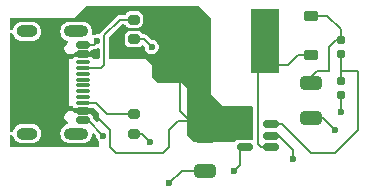
<source format=gbr>
%TF.GenerationSoftware,KiCad,Pcbnew,9.0.4*%
%TF.CreationDate,2025-10-07T00:36:13+05:30*%
%TF.ProjectId,Project5,50726f6a-6563-4743-952e-6b696361645f,rev?*%
%TF.SameCoordinates,Original*%
%TF.FileFunction,Copper,L1,Top*%
%TF.FilePolarity,Positive*%
%FSLAX46Y46*%
G04 Gerber Fmt 4.6, Leading zero omitted, Abs format (unit mm)*
G04 Created by KiCad (PCBNEW 9.0.4) date 2025-10-07 00:36:13*
%MOMM*%
%LPD*%
G01*
G04 APERTURE LIST*
G04 Aperture macros list*
%AMRoundRect*
0 Rectangle with rounded corners*
0 $1 Rounding radius*
0 $2 $3 $4 $5 $6 $7 $8 $9 X,Y pos of 4 corners*
0 Add a 4 corners polygon primitive as box body*
4,1,4,$2,$3,$4,$5,$6,$7,$8,$9,$2,$3,0*
0 Add four circle primitives for the rounded corners*
1,1,$1+$1,$2,$3*
1,1,$1+$1,$4,$5*
1,1,$1+$1,$6,$7*
1,1,$1+$1,$8,$9*
0 Add four rect primitives between the rounded corners*
20,1,$1+$1,$2,$3,$4,$5,0*
20,1,$1+$1,$4,$5,$6,$7,0*
20,1,$1+$1,$6,$7,$8,$9,0*
20,1,$1+$1,$8,$9,$2,$3,0*%
G04 Aperture macros list end*
%TA.AperFunction,HeatsinkPad*%
%ADD10O,1.800000X1.000000*%
%TD*%
%TA.AperFunction,HeatsinkPad*%
%ADD11O,2.100000X1.000000*%
%TD*%
%TA.AperFunction,SMDPad,CuDef*%
%ADD12RoundRect,0.150000X-0.425000X0.150000X-0.425000X-0.150000X0.425000X-0.150000X0.425000X0.150000X0*%
%TD*%
%TA.AperFunction,SMDPad,CuDef*%
%ADD13RoundRect,0.075000X-0.500000X0.075000X-0.500000X-0.075000X0.500000X-0.075000X0.500000X0.075000X0*%
%TD*%
%TA.AperFunction,SMDPad,CuDef*%
%ADD14R,2.413000X5.400000*%
%TD*%
%TA.AperFunction,SMDPad,CuDef*%
%ADD15RoundRect,0.150000X0.512500X0.150000X-0.512500X0.150000X-0.512500X-0.150000X0.512500X-0.150000X0*%
%TD*%
%TA.AperFunction,SMDPad,CuDef*%
%ADD16RoundRect,0.200000X-0.275000X0.200000X-0.275000X-0.200000X0.275000X-0.200000X0.275000X0.200000X0*%
%TD*%
%TA.AperFunction,SMDPad,CuDef*%
%ADD17RoundRect,0.160000X0.160000X-0.197500X0.160000X0.197500X-0.160000X0.197500X-0.160000X-0.197500X0*%
%TD*%
%TA.AperFunction,SMDPad,CuDef*%
%ADD18RoundRect,0.225000X-0.375000X0.225000X-0.375000X-0.225000X0.375000X-0.225000X0.375000X0.225000X0*%
%TD*%
%TA.AperFunction,SMDPad,CuDef*%
%ADD19RoundRect,0.250000X-0.650000X0.325000X-0.650000X-0.325000X0.650000X-0.325000X0.650000X0.325000X0*%
%TD*%
%TA.AperFunction,ViaPad*%
%ADD20C,0.600000*%
%TD*%
%TA.AperFunction,Conductor*%
%ADD21C,0.200000*%
%TD*%
G04 APERTURE END LIST*
D10*
%TO.P,P1,S1,SHIELD*%
%TO.N,/GND*%
X122425000Y-92320000D03*
D11*
X126605000Y-92320000D03*
D10*
X122425000Y-83680000D03*
D11*
X126605000Y-83680000D03*
D12*
%TO.P,P1,B12,GND*%
X127180000Y-84800000D03*
%TO.P,P1,B9,VBUS*%
%TO.N,/5V0*%
X127180000Y-85600000D03*
D13*
%TO.P,P1,B8*%
%TO.N,N/C*%
X127180000Y-86250000D03*
%TO.P,P1,B7*%
X127180000Y-87250000D03*
%TO.P,P1,B6*%
X127180000Y-88750000D03*
%TO.P,P1,B5,VCONN*%
%TO.N,/CC2*%
X127180000Y-89750000D03*
D12*
%TO.P,P1,B4,VBUS*%
%TO.N,/5V0*%
X127180000Y-90400000D03*
%TO.P,P1,B1,GND*%
%TO.N,/GND*%
X127180000Y-91200000D03*
%TO.P,P1,A12,GND*%
X127180000Y-91200000D03*
%TO.P,P1,A9,VBUS*%
%TO.N,/5V0*%
X127180000Y-90400000D03*
D13*
%TO.P,P1,A8*%
%TO.N,N/C*%
X127180000Y-89250000D03*
%TO.P,P1,A7,D-*%
%TO.N,unconnected-(P1-D--PadA7)*%
X127180000Y-88250000D03*
%TO.P,P1,A6,D+*%
%TO.N,unconnected-(P1-D+-PadA6)*%
X127180000Y-87750000D03*
%TO.P,P1,A5,CC*%
%TO.N,/CC1*%
X127180000Y-86750000D03*
D12*
%TO.P,P1,A4,VBUS*%
%TO.N,/5V0*%
X127180000Y-85600000D03*
%TO.P,P1,A1,GND*%
%TO.N,/GND*%
X127180000Y-84800000D03*
%TD*%
D14*
%TO.P,L1,2,2*%
%TO.N,/SW*%
X142619500Y-84500000D03*
%TO.P,L1,1,1*%
%TO.N,/5V0*%
X135380500Y-84500000D03*
%TD*%
D15*
%TO.P,U1,6,FREQ*%
%TO.N,/GND*%
X140862500Y-93450000D03*
%TO.P,U1,5,Vin*%
%TO.N,/5V0*%
X140862500Y-92500000D03*
%TO.P,U1,4,EN*%
X140862500Y-91550000D03*
%TO.P,U1,3,FB*%
%TO.N,/FB*%
X143137500Y-91550000D03*
%TO.P,U1,2,GND*%
%TO.N,/GND*%
X143137500Y-92500000D03*
%TO.P,U1,1,SW*%
%TO.N,/SW*%
X143137500Y-93450000D03*
%TD*%
D16*
%TO.P,R4,1*%
%TO.N,/CC1*%
X131500000Y-82675000D03*
%TO.P,R4,2*%
%TO.N,/GND*%
X131500000Y-84325000D03*
%TD*%
%TO.P,R3,1*%
%TO.N,/CC2*%
X131500000Y-90675000D03*
%TO.P,R3,2*%
%TO.N,/GND*%
X131500000Y-92325000D03*
%TD*%
D17*
%TO.P,R2,1*%
%TO.N,/GND*%
X149000000Y-89097500D03*
%TO.P,R2,2*%
%TO.N,/FB*%
X149000000Y-87902500D03*
%TD*%
%TO.P,R1,1*%
%TO.N,/FB*%
X149000000Y-85597500D03*
%TO.P,R1,2*%
%TO.N,/12V0*%
X149000000Y-84402500D03*
%TD*%
D18*
%TO.P,D1,1,K*%
%TO.N,/12V0*%
X146500000Y-82350000D03*
%TO.P,D1,2,A*%
%TO.N,/SW*%
X146500000Y-85650000D03*
%TD*%
D19*
%TO.P,C2,1*%
%TO.N,/12V0*%
X146500000Y-88025000D03*
%TO.P,C2,2*%
%TO.N,/GND*%
X146500000Y-90975000D03*
%TD*%
%TO.P,C1,1*%
%TO.N,/5V0*%
X137500000Y-92525000D03*
%TO.P,C1,2*%
%TO.N,/GND*%
X137500000Y-95475000D03*
%TD*%
D20*
%TO.N,/GND*%
X128900000Y-92500000D03*
X128400000Y-84500000D03*
X140000000Y-95500000D03*
X134500000Y-96500000D03*
X148500000Y-92000000D03*
X149000000Y-90500000D03*
X133000000Y-85000000D03*
X132850000Y-93000000D03*
X145000000Y-94500000D03*
%TD*%
D21*
%TO.N,/GND*%
X127600000Y-91200000D02*
X128900000Y-92500000D01*
X127180000Y-91200000D02*
X127600000Y-91200000D01*
X128100000Y-84800000D02*
X128400000Y-84500000D01*
X127180000Y-84800000D02*
X128100000Y-84800000D01*
%TO.N,/5V0*%
X140862500Y-92500000D02*
X140862500Y-91550000D01*
%TO.N,/GND*%
X135525000Y-95475000D02*
X134500000Y-96500000D01*
X137500000Y-95475000D02*
X135525000Y-95475000D01*
%TO.N,/5V0*%
X135237500Y-91262500D02*
X136237500Y-91262500D01*
X127180000Y-90400000D02*
X127900000Y-90400000D01*
X127900000Y-90400000D02*
X129500000Y-92000000D01*
X130000000Y-94000000D02*
X134000000Y-94000000D01*
X129500000Y-92000000D02*
X129500000Y-93500000D01*
X129500000Y-93500000D02*
X130000000Y-94000000D01*
X134000000Y-94000000D02*
X134500000Y-93500000D01*
X134500000Y-93500000D02*
X134500000Y-92000000D01*
X134500000Y-92000000D02*
X135237500Y-91262500D01*
X127180000Y-90400000D02*
X126721176Y-90400000D01*
X137500000Y-92525000D02*
X137525000Y-92550000D01*
%TO.N,/FB*%
X149000000Y-87000000D02*
X149000000Y-85597500D01*
%TO.N,/GND*%
X147475000Y-90975000D02*
X148500000Y-92000000D01*
X146500000Y-90975000D02*
X147475000Y-90975000D01*
X149000000Y-89097500D02*
X149000000Y-90500000D01*
%TO.N,/12V0*%
X146500000Y-87500000D02*
X147000000Y-87000000D01*
X146500000Y-88025000D02*
X146500000Y-87500000D01*
X147000000Y-87000000D02*
X148000000Y-87000000D01*
X148000000Y-87000000D02*
X148000000Y-85000000D01*
X148000000Y-85000000D02*
X148597500Y-84402500D01*
X148597500Y-84402500D02*
X149000000Y-84402500D01*
X146500000Y-82350000D02*
X147850000Y-82350000D01*
X147850000Y-82350000D02*
X149000000Y-83500000D01*
X149000000Y-83500000D02*
X149000000Y-84402500D01*
%TO.N,/FB*%
X149000000Y-87902500D02*
X149000000Y-87000000D01*
%TO.N,/5V0*%
X137500000Y-92525000D02*
X136237500Y-91262500D01*
X141362500Y-92550000D02*
X137525000Y-92550000D01*
%TO.N,/GND*%
X132850000Y-93000000D02*
X132175000Y-92325000D01*
X132175000Y-92325000D02*
X131500000Y-92325000D01*
X132325000Y-84325000D02*
X133000000Y-85000000D01*
X131500000Y-84325000D02*
X132325000Y-84325000D01*
%TO.N,/CC2*%
X127180000Y-89750000D02*
X128250000Y-89750000D01*
X128250000Y-89750000D02*
X129175000Y-90675000D01*
X129175000Y-90675000D02*
X131500000Y-90675000D01*
%TO.N,/CC1*%
X127180000Y-86750000D02*
X128750000Y-86750000D01*
X129000000Y-86500000D02*
X129000000Y-84000000D01*
X128750000Y-86750000D02*
X129000000Y-86500000D01*
X130325000Y-82675000D02*
X131500000Y-82675000D01*
X129000000Y-84000000D02*
X130325000Y-82675000D01*
%TO.N,/5V0*%
X135380500Y-90405500D02*
X135380500Y-86500000D01*
X136237500Y-91262500D02*
X135380500Y-90405500D01*
%TO.N,/SW*%
X142283032Y-93450000D02*
X143137500Y-93450000D01*
X142000000Y-93166968D02*
X142283032Y-93450000D01*
X144500000Y-86500000D02*
X142000000Y-86500000D01*
X145350000Y-85650000D02*
X144500000Y-86500000D01*
X142000000Y-86500000D02*
X142000000Y-93166968D01*
X146500000Y-85650000D02*
X145350000Y-85650000D01*
%TO.N,/GND*%
X143137500Y-92500000D02*
X143799999Y-92500000D01*
X143799999Y-92500000D02*
X145000000Y-93700001D01*
X145000000Y-93700001D02*
X145000000Y-94500000D01*
%TO.N,/FB*%
X146500000Y-94000000D02*
X144050000Y-91550000D01*
X148500000Y-94000000D02*
X146500000Y-94000000D01*
X144050000Y-91550000D02*
X143137500Y-91550000D01*
X150500000Y-92000000D02*
X148500000Y-94000000D01*
X150500000Y-87000000D02*
X150500000Y-92000000D01*
X149000000Y-87000000D02*
X150500000Y-87000000D01*
%TO.N,/GND*%
X140500000Y-93812500D02*
X140862500Y-93450000D01*
X140500000Y-95000000D02*
X140500000Y-93812500D01*
X140000000Y-95500000D02*
X140500000Y-95000000D01*
%TD*%
%TA.AperFunction,Conductor*%
%TO.N,/5V0*%
G36*
X137015677Y-81519685D02*
G01*
X137036319Y-81536319D01*
X137963681Y-82463681D01*
X137997166Y-82525004D01*
X138000000Y-82551362D01*
X138000000Y-89000000D01*
X139000000Y-90000000D01*
X141448638Y-90000000D01*
X141478078Y-90008644D01*
X141508065Y-90015168D01*
X141513080Y-90018922D01*
X141515677Y-90019685D01*
X141536319Y-90036319D01*
X141563181Y-90063181D01*
X141596666Y-90124504D01*
X141599500Y-90150862D01*
X141599500Y-92729291D01*
X141579815Y-92796330D01*
X141527011Y-92842085D01*
X141463925Y-92852750D01*
X141448148Y-92851270D01*
X141429266Y-92849500D01*
X140295734Y-92849500D01*
X140295730Y-92849500D01*
X140265300Y-92852353D01*
X140265298Y-92852353D01*
X140137119Y-92897206D01*
X140137118Y-92897207D01*
X140030667Y-92975771D01*
X139965038Y-92999741D01*
X139957034Y-93000000D01*
X136551362Y-93000000D01*
X136484323Y-92980315D01*
X136463681Y-92963681D01*
X136036319Y-92536319D01*
X136002834Y-92474996D01*
X136000000Y-92448638D01*
X136000000Y-88500000D01*
X135500000Y-88000000D01*
X133551362Y-88000000D01*
X133484323Y-87980315D01*
X133463681Y-87963681D01*
X133036319Y-87536319D01*
X133002834Y-87474996D01*
X133000000Y-87448638D01*
X133000000Y-86500000D01*
X132500000Y-86000000D01*
X129524500Y-86000000D01*
X129457461Y-85980315D01*
X129411706Y-85927511D01*
X129400500Y-85876000D01*
X129400500Y-84217255D01*
X129409144Y-84187814D01*
X129415668Y-84157828D01*
X129419422Y-84152812D01*
X129420185Y-84150216D01*
X129436819Y-84129574D01*
X129489266Y-84077127D01*
X130724500Y-84077127D01*
X130724500Y-84077134D01*
X130724500Y-84077135D01*
X130724500Y-84572870D01*
X130724501Y-84572876D01*
X130730908Y-84632483D01*
X130781202Y-84767328D01*
X130781206Y-84767335D01*
X130867452Y-84882544D01*
X130867455Y-84882547D01*
X130982664Y-84968793D01*
X130982671Y-84968797D01*
X131027618Y-84985561D01*
X131117517Y-85019091D01*
X131177127Y-85025500D01*
X131822872Y-85025499D01*
X131882483Y-85019091D01*
X132017331Y-84968796D01*
X132132546Y-84882546D01*
X132132547Y-84882544D01*
X132132549Y-84882543D01*
X132136669Y-84878424D01*
X132144614Y-84874085D01*
X132150040Y-84866838D01*
X132174799Y-84857603D01*
X132197992Y-84844939D01*
X132207021Y-84845584D01*
X132215504Y-84842421D01*
X132241324Y-84848037D01*
X132267684Y-84849923D01*
X132276737Y-84855741D01*
X132283777Y-84857273D01*
X132312031Y-84878424D01*
X132363181Y-84929574D01*
X132396666Y-84990897D01*
X132399500Y-85017255D01*
X132399500Y-85079057D01*
X132438472Y-85224500D01*
X132440423Y-85231783D01*
X132440426Y-85231790D01*
X132519475Y-85368709D01*
X132519479Y-85368714D01*
X132519480Y-85368716D01*
X132631284Y-85480520D01*
X132631286Y-85480521D01*
X132631290Y-85480524D01*
X132683211Y-85510500D01*
X132768216Y-85559577D01*
X132920943Y-85600500D01*
X132920945Y-85600500D01*
X133079055Y-85600500D01*
X133079057Y-85600500D01*
X133231784Y-85559577D01*
X133368716Y-85480520D01*
X133480520Y-85368716D01*
X133559577Y-85231784D01*
X133600500Y-85079057D01*
X133600500Y-84920943D01*
X133559577Y-84768216D01*
X133525678Y-84709500D01*
X133480524Y-84631290D01*
X133480518Y-84631282D01*
X133368717Y-84519481D01*
X133368709Y-84519475D01*
X133231790Y-84440426D01*
X133231786Y-84440424D01*
X133231784Y-84440423D01*
X133079057Y-84399500D01*
X133079056Y-84399500D01*
X133017255Y-84399500D01*
X132950216Y-84379815D01*
X132929574Y-84363181D01*
X132570915Y-84004522D01*
X132570913Y-84004520D01*
X132525250Y-83978156D01*
X132479589Y-83951793D01*
X132408741Y-83932810D01*
X132377727Y-83924500D01*
X132377726Y-83924500D01*
X132312180Y-83924500D01*
X132245141Y-83904815D01*
X132212913Y-83874811D01*
X132190905Y-83845412D01*
X132132546Y-83767454D01*
X132109709Y-83750358D01*
X132017335Y-83681206D01*
X132017328Y-83681202D01*
X131882486Y-83630910D01*
X131882485Y-83630909D01*
X131882483Y-83630909D01*
X131822873Y-83624500D01*
X131822863Y-83624500D01*
X131177129Y-83624500D01*
X131177123Y-83624501D01*
X131117516Y-83630908D01*
X130982671Y-83681202D01*
X130982664Y-83681206D01*
X130867455Y-83767452D01*
X130867452Y-83767455D01*
X130781206Y-83882664D01*
X130781202Y-83882671D01*
X130730910Y-84017513D01*
X130730909Y-84017517D01*
X130724500Y-84077127D01*
X129489266Y-84077127D01*
X130454574Y-83111819D01*
X130515897Y-83078334D01*
X130542255Y-83075500D01*
X130687820Y-83075500D01*
X130754859Y-83095185D01*
X130787085Y-83125187D01*
X130867454Y-83232546D01*
X130913643Y-83267123D01*
X130982664Y-83318793D01*
X130982671Y-83318797D01*
X131027618Y-83335561D01*
X131117517Y-83369091D01*
X131177127Y-83375500D01*
X131822872Y-83375499D01*
X131882483Y-83369091D01*
X132017331Y-83318796D01*
X132132546Y-83232546D01*
X132218796Y-83117331D01*
X132269091Y-82982483D01*
X132275500Y-82922873D01*
X132275499Y-82427128D01*
X132269091Y-82367517D01*
X132264244Y-82354522D01*
X132218797Y-82232671D01*
X132218793Y-82232664D01*
X132132547Y-82117455D01*
X132132544Y-82117452D01*
X132017335Y-82031206D01*
X132017328Y-82031202D01*
X131882486Y-81980910D01*
X131882485Y-81980909D01*
X131882483Y-81980909D01*
X131822873Y-81974500D01*
X131822863Y-81974500D01*
X131177129Y-81974500D01*
X131177123Y-81974501D01*
X131117516Y-81980908D01*
X130982671Y-82031202D01*
X130982664Y-82031206D01*
X130867456Y-82117452D01*
X130867455Y-82117453D01*
X130867454Y-82117454D01*
X130787087Y-82224811D01*
X130731153Y-82266682D01*
X130687820Y-82274500D01*
X130272273Y-82274500D01*
X130170410Y-82301793D01*
X130079087Y-82354520D01*
X130079084Y-82354522D01*
X128679522Y-83754084D01*
X128679515Y-83754093D01*
X128627528Y-83844136D01*
X128576961Y-83892351D01*
X128508353Y-83905573D01*
X128488056Y-83901911D01*
X128479057Y-83899500D01*
X128320943Y-83899500D01*
X128168216Y-83940423D01*
X128168211Y-83940425D01*
X128124103Y-83965890D01*
X128056202Y-83982361D01*
X127990176Y-83959508D01*
X127946986Y-83904586D01*
X127940346Y-83835032D01*
X127940442Y-83834539D01*
X127955500Y-83758842D01*
X127955500Y-83601158D01*
X127955500Y-83601155D01*
X127955499Y-83601153D01*
X127953075Y-83588965D01*
X127924737Y-83446503D01*
X127895327Y-83375500D01*
X127864397Y-83300827D01*
X127864390Y-83300814D01*
X127776789Y-83169711D01*
X127776786Y-83169707D01*
X127665292Y-83058213D01*
X127665288Y-83058210D01*
X127534185Y-82970609D01*
X127534172Y-82970602D01*
X127388501Y-82910264D01*
X127388489Y-82910261D01*
X127233845Y-82879500D01*
X127233842Y-82879500D01*
X125976158Y-82879500D01*
X125976155Y-82879500D01*
X125821510Y-82910261D01*
X125821498Y-82910264D01*
X125675827Y-82970602D01*
X125675814Y-82970609D01*
X125544711Y-83058210D01*
X125544707Y-83058213D01*
X125433213Y-83169707D01*
X125433210Y-83169711D01*
X125345609Y-83300814D01*
X125345602Y-83300827D01*
X125285264Y-83446498D01*
X125285261Y-83446510D01*
X125254500Y-83601153D01*
X125254500Y-83758846D01*
X125285261Y-83913489D01*
X125285264Y-83913501D01*
X125345602Y-84059172D01*
X125345609Y-84059185D01*
X125433210Y-84190288D01*
X125433213Y-84190292D01*
X125544707Y-84301786D01*
X125544711Y-84301789D01*
X125675814Y-84389390D01*
X125675827Y-84389397D01*
X125771119Y-84428867D01*
X125821503Y-84449737D01*
X125821515Y-84449739D01*
X125827120Y-84451440D01*
X125885560Y-84489736D01*
X125914018Y-84553548D01*
X125903459Y-84622615D01*
X125857236Y-84675010D01*
X125853130Y-84677488D01*
X125797689Y-84709498D01*
X125797683Y-84709502D01*
X125704502Y-84802683D01*
X125704500Y-84802686D01*
X125638608Y-84916812D01*
X125611695Y-85017255D01*
X125604500Y-85044108D01*
X125604500Y-85175892D01*
X125611094Y-85200500D01*
X125638608Y-85303187D01*
X125667248Y-85352792D01*
X125704500Y-85417314D01*
X125797686Y-85510500D01*
X125911814Y-85576392D01*
X126039108Y-85610500D01*
X126039110Y-85610500D01*
X126170890Y-85610500D01*
X126170892Y-85610500D01*
X126298186Y-85576392D01*
X126412314Y-85510500D01*
X126505500Y-85417314D01*
X126505502Y-85417309D01*
X126507692Y-85415120D01*
X126569015Y-85381635D01*
X126636328Y-85385759D01*
X126658243Y-85393426D01*
X126670301Y-85397646D01*
X126670300Y-85397646D01*
X126700730Y-85400500D01*
X126700734Y-85400500D01*
X127659270Y-85400500D01*
X127689699Y-85397646D01*
X127689701Y-85397646D01*
X127753790Y-85375219D01*
X127817882Y-85352793D01*
X127927150Y-85272150D01*
X127942858Y-85250865D01*
X127998506Y-85208615D01*
X128042628Y-85200500D01*
X128152725Y-85200500D01*
X128152727Y-85200500D01*
X128254588Y-85173207D01*
X128345913Y-85120480D01*
X128345914Y-85120478D01*
X128351744Y-85117113D01*
X128367233Y-85112962D01*
X128378810Y-85105523D01*
X128413745Y-85100500D01*
X128475500Y-85100500D01*
X128542539Y-85120185D01*
X128588294Y-85172989D01*
X128599500Y-85224500D01*
X128599500Y-85876000D01*
X128579815Y-85943039D01*
X128527011Y-85988794D01*
X128475500Y-86000000D01*
X128086649Y-86000000D01*
X128019610Y-85980315D01*
X127998208Y-85959937D01*
X127997092Y-85961054D01*
X127901210Y-85865172D01*
X127788628Y-85810135D01*
X127788626Y-85810134D01*
X127788625Y-85810134D01*
X127715636Y-85799500D01*
X126644364Y-85799500D01*
X126571375Y-85810134D01*
X126571373Y-85810134D01*
X126571371Y-85810135D01*
X126458789Y-85865172D01*
X126458787Y-85865174D01*
X126362908Y-85961054D01*
X126360617Y-85958763D01*
X126319283Y-85991179D01*
X126273351Y-86000000D01*
X126000000Y-86000000D01*
X126000000Y-90000000D01*
X126273351Y-90000000D01*
X126340390Y-90019685D01*
X126361791Y-90040062D01*
X126362908Y-90038946D01*
X126458789Y-90134827D01*
X126565142Y-90186819D01*
X126571375Y-90189866D01*
X126644364Y-90200500D01*
X126644370Y-90200500D01*
X127715630Y-90200500D01*
X127715636Y-90200500D01*
X127788625Y-90189866D01*
X127828883Y-90170185D01*
X127843376Y-90163100D01*
X127855463Y-90160303D01*
X127862902Y-90155523D01*
X127897837Y-90150500D01*
X128032745Y-90150500D01*
X128099784Y-90170185D01*
X128120426Y-90186819D01*
X128463681Y-90530074D01*
X128497166Y-90591396D01*
X128500000Y-90617754D01*
X128500000Y-91234245D01*
X128480315Y-91301284D01*
X128427511Y-91347039D01*
X128358353Y-91356983D01*
X128294797Y-91327958D01*
X128288319Y-91321926D01*
X128091819Y-91125426D01*
X128058334Y-91064103D01*
X128055500Y-91037745D01*
X128055500Y-90995730D01*
X128052646Y-90965300D01*
X128052646Y-90965298D01*
X128007793Y-90837119D01*
X128007792Y-90837117D01*
X127998191Y-90824108D01*
X127927150Y-90727850D01*
X127817882Y-90647207D01*
X127817880Y-90647206D01*
X127689700Y-90602353D01*
X127659270Y-90599500D01*
X127659266Y-90599500D01*
X126700734Y-90599500D01*
X126700730Y-90599500D01*
X126670305Y-90602353D01*
X126670301Y-90602353D01*
X126636329Y-90614241D01*
X126566550Y-90617802D01*
X126507694Y-90584880D01*
X126412316Y-90489502D01*
X126412314Y-90489500D01*
X126355250Y-90456554D01*
X126298187Y-90423608D01*
X126234539Y-90406554D01*
X126170892Y-90389500D01*
X126039108Y-90389500D01*
X125911812Y-90423608D01*
X125797686Y-90489500D01*
X125797683Y-90489502D01*
X125704502Y-90582683D01*
X125704500Y-90582686D01*
X125638608Y-90696812D01*
X125630292Y-90727850D01*
X125604500Y-90824108D01*
X125604500Y-90955892D01*
X125615176Y-90995734D01*
X125638608Y-91083187D01*
X125662995Y-91125426D01*
X125704500Y-91197314D01*
X125797686Y-91290500D01*
X125853129Y-91322510D01*
X125901344Y-91373078D01*
X125914566Y-91441685D01*
X125888598Y-91506549D01*
X125831684Y-91547077D01*
X125827130Y-91548556D01*
X125821498Y-91550264D01*
X125675827Y-91610602D01*
X125675814Y-91610609D01*
X125544711Y-91698210D01*
X125544707Y-91698213D01*
X125433213Y-91809707D01*
X125433210Y-91809711D01*
X125345609Y-91940814D01*
X125345602Y-91940827D01*
X125285264Y-92086498D01*
X125285261Y-92086510D01*
X125254500Y-92241153D01*
X125254500Y-92398846D01*
X125285261Y-92553489D01*
X125285264Y-92553501D01*
X125345602Y-92699172D01*
X125345609Y-92699185D01*
X125433210Y-92830288D01*
X125433213Y-92830292D01*
X125544707Y-92941786D01*
X125544711Y-92941789D01*
X125675814Y-93029390D01*
X125675827Y-93029397D01*
X125795719Y-93079057D01*
X125821503Y-93089737D01*
X125976153Y-93120499D01*
X125976156Y-93120500D01*
X125976158Y-93120500D01*
X127233844Y-93120500D01*
X127233845Y-93120499D01*
X127388497Y-93089737D01*
X127534179Y-93029394D01*
X127665289Y-92941789D01*
X127776789Y-92830289D01*
X127864394Y-92699179D01*
X127924737Y-92553497D01*
X127947229Y-92440423D01*
X127956191Y-92395371D01*
X127960900Y-92386366D01*
X127961626Y-92376228D01*
X127976824Y-92355926D01*
X127988576Y-92333460D01*
X127997407Y-92328431D01*
X128003498Y-92320295D01*
X128027258Y-92311432D01*
X128049292Y-92298886D01*
X128059439Y-92299429D01*
X128068962Y-92295878D01*
X128093739Y-92301267D01*
X128119061Y-92302625D01*
X128129122Y-92308965D01*
X128137235Y-92310730D01*
X128165489Y-92331881D01*
X128263181Y-92429573D01*
X128296666Y-92490896D01*
X128299500Y-92517254D01*
X128299500Y-92579057D01*
X128313816Y-92632483D01*
X128340423Y-92731783D01*
X128340426Y-92731790D01*
X128419475Y-92868709D01*
X128419481Y-92868717D01*
X128463681Y-92912917D01*
X128497166Y-92974240D01*
X128500000Y-93000598D01*
X128500000Y-93376000D01*
X128480315Y-93443039D01*
X128427511Y-93488794D01*
X128376000Y-93500000D01*
X121124500Y-93500000D01*
X121057461Y-93480315D01*
X121011706Y-93427511D01*
X121000500Y-93376000D01*
X121000500Y-92531711D01*
X121020185Y-92464672D01*
X121072989Y-92418917D01*
X121142147Y-92408973D01*
X121205703Y-92437998D01*
X121243477Y-92496776D01*
X121246117Y-92507520D01*
X121255261Y-92553489D01*
X121255264Y-92553501D01*
X121315602Y-92699172D01*
X121315609Y-92699185D01*
X121403210Y-92830288D01*
X121403213Y-92830292D01*
X121514707Y-92941786D01*
X121514711Y-92941789D01*
X121645814Y-93029390D01*
X121645827Y-93029397D01*
X121765719Y-93079057D01*
X121791503Y-93089737D01*
X121946153Y-93120499D01*
X121946156Y-93120500D01*
X121946158Y-93120500D01*
X122903844Y-93120500D01*
X122903845Y-93120499D01*
X123058497Y-93089737D01*
X123204179Y-93029394D01*
X123335289Y-92941789D01*
X123446789Y-92830289D01*
X123534394Y-92699179D01*
X123594737Y-92553497D01*
X123625500Y-92398842D01*
X123625500Y-92241158D01*
X123625500Y-92241155D01*
X123625499Y-92241153D01*
X123623075Y-92228965D01*
X123594737Y-92086503D01*
X123590853Y-92077127D01*
X123534397Y-91940827D01*
X123534390Y-91940814D01*
X123446789Y-91809711D01*
X123446786Y-91809707D01*
X123335292Y-91698213D01*
X123335288Y-91698210D01*
X123204185Y-91610609D01*
X123204172Y-91610602D01*
X123058501Y-91550264D01*
X123058489Y-91550261D01*
X122903845Y-91519500D01*
X122903842Y-91519500D01*
X121946158Y-91519500D01*
X121946155Y-91519500D01*
X121791510Y-91550261D01*
X121791498Y-91550264D01*
X121645827Y-91610602D01*
X121645814Y-91610609D01*
X121514711Y-91698210D01*
X121514707Y-91698213D01*
X121403213Y-91809707D01*
X121403210Y-91809711D01*
X121315609Y-91940814D01*
X121315602Y-91940827D01*
X121255264Y-92086498D01*
X121255261Y-92086508D01*
X121246117Y-92132480D01*
X121213732Y-92194391D01*
X121153016Y-92228965D01*
X121083246Y-92225224D01*
X121026575Y-92184358D01*
X121000993Y-92119340D01*
X121000500Y-92108288D01*
X121000500Y-83891711D01*
X121020185Y-83824672D01*
X121072989Y-83778917D01*
X121142147Y-83768973D01*
X121205703Y-83797998D01*
X121243477Y-83856776D01*
X121246117Y-83867520D01*
X121255261Y-83913489D01*
X121255264Y-83913501D01*
X121315602Y-84059172D01*
X121315609Y-84059185D01*
X121403210Y-84190288D01*
X121403213Y-84190292D01*
X121514707Y-84301786D01*
X121514711Y-84301789D01*
X121645814Y-84389390D01*
X121645827Y-84389397D01*
X121769017Y-84440423D01*
X121791503Y-84449737D01*
X121946153Y-84480499D01*
X121946156Y-84480500D01*
X121946158Y-84480500D01*
X122903844Y-84480500D01*
X122903845Y-84480499D01*
X123058497Y-84449737D01*
X123204179Y-84389394D01*
X123335289Y-84301789D01*
X123446789Y-84190289D01*
X123534394Y-84059179D01*
X123594737Y-83913497D01*
X123625500Y-83758842D01*
X123625500Y-83601158D01*
X123625500Y-83601155D01*
X123625499Y-83601153D01*
X123623075Y-83588965D01*
X123594737Y-83446503D01*
X123565327Y-83375500D01*
X123534397Y-83300827D01*
X123534390Y-83300814D01*
X123446789Y-83169711D01*
X123446786Y-83169707D01*
X123335292Y-83058213D01*
X123335288Y-83058210D01*
X123204185Y-82970609D01*
X123204172Y-82970602D01*
X123058501Y-82910264D01*
X123058489Y-82910261D01*
X122903845Y-82879500D01*
X122903842Y-82879500D01*
X121946158Y-82879500D01*
X121946155Y-82879500D01*
X121791510Y-82910261D01*
X121791498Y-82910264D01*
X121645827Y-82970602D01*
X121645814Y-82970609D01*
X121514711Y-83058210D01*
X121514707Y-83058213D01*
X121403213Y-83169707D01*
X121403210Y-83169711D01*
X121315609Y-83300814D01*
X121315602Y-83300827D01*
X121255264Y-83446498D01*
X121255261Y-83446508D01*
X121246117Y-83492480D01*
X121213732Y-83554391D01*
X121153016Y-83588965D01*
X121083246Y-83585224D01*
X121026575Y-83544358D01*
X121000993Y-83479340D01*
X121000500Y-83468288D01*
X121000500Y-82624000D01*
X121020185Y-82556961D01*
X121072989Y-82511206D01*
X121124500Y-82500000D01*
X126500000Y-82500000D01*
X127463681Y-81536319D01*
X127525004Y-81502834D01*
X127551362Y-81500000D01*
X136948638Y-81500000D01*
X137015677Y-81519685D01*
G37*
%TD.AperFunction*%
%TD*%
M02*

</source>
